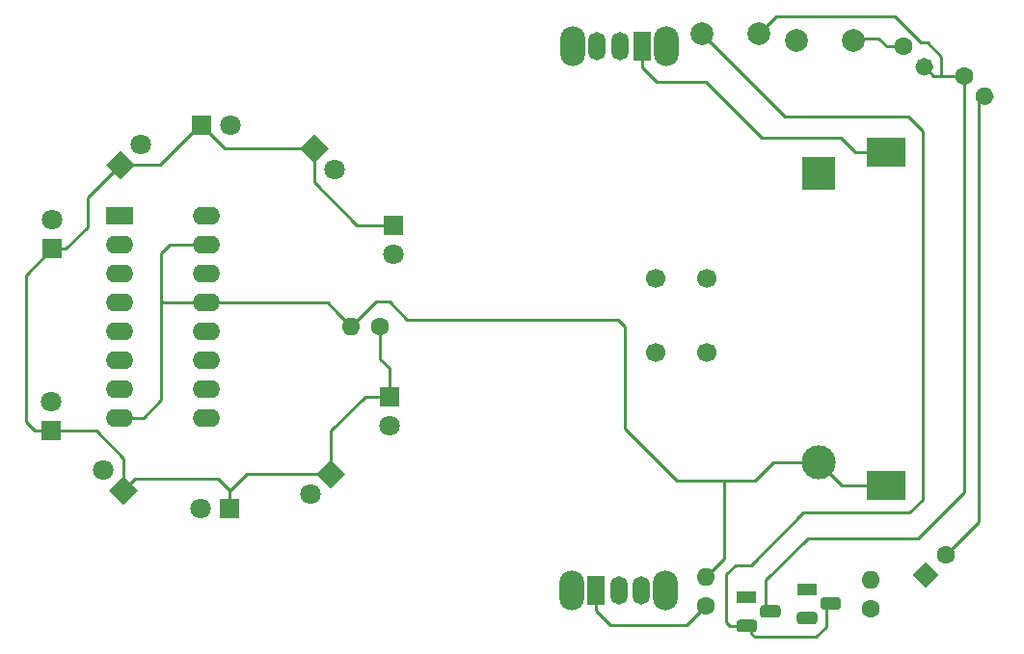
<source format=gbr>
%TF.GenerationSoftware,KiCad,Pcbnew,(5.1.9-0-10_14)*%
%TF.CreationDate,2021-08-25T11:14:01+08:00*%
%TF.ProjectId,osc_bjt_4017,6f73635f-626a-4745-9f34-3031372e6b69,rev?*%
%TF.SameCoordinates,Original*%
%TF.FileFunction,Copper,L2,Bot*%
%TF.FilePolarity,Positive*%
%FSLAX46Y46*%
G04 Gerber Fmt 4.6, Leading zero omitted, Abs format (unit mm)*
G04 Created by KiCad (PCBNEW (5.1.9-0-10_14)) date 2021-08-25 11:14:01*
%MOMM*%
%LPD*%
G01*
G04 APERTURE LIST*
%TA.AperFunction,ComponentPad*%
%ADD10O,2.200000X3.500000*%
%TD*%
%TA.AperFunction,ComponentPad*%
%ADD11O,1.500000X2.500000*%
%TD*%
%TA.AperFunction,ComponentPad*%
%ADD12R,1.500000X2.500000*%
%TD*%
%TA.AperFunction,ComponentPad*%
%ADD13O,1.600000X1.600000*%
%TD*%
%TA.AperFunction,ComponentPad*%
%ADD14C,1.600000*%
%TD*%
%TA.AperFunction,ComponentPad*%
%ADD15C,0.100000*%
%TD*%
%TA.AperFunction,ComponentPad*%
%ADD16C,1.700000*%
%TD*%
%TA.AperFunction,ComponentPad*%
%ADD17C,1.800000*%
%TD*%
%TA.AperFunction,ComponentPad*%
%ADD18R,1.800000X1.800000*%
%TD*%
%TA.AperFunction,ComponentPad*%
%ADD19R,1.800000X1.100000*%
%TD*%
%TA.AperFunction,ComponentPad*%
%ADD20C,3.000000*%
%TD*%
%TA.AperFunction,ComponentPad*%
%ADD21R,3.000000X3.000000*%
%TD*%
%TA.AperFunction,SMDPad,CuDef*%
%ADD22R,3.510000X2.540000*%
%TD*%
%TA.AperFunction,ComponentPad*%
%ADD23O,2.400000X1.600000*%
%TD*%
%TA.AperFunction,ComponentPad*%
%ADD24R,2.400000X1.600000*%
%TD*%
%TA.AperFunction,ComponentPad*%
%ADD25C,2.000000*%
%TD*%
%TA.AperFunction,Conductor*%
%ADD26C,0.250000*%
%TD*%
G04 APERTURE END LIST*
D10*
%TO.P,SW4,*%
%TO.N,*%
X111750000Y-111300000D03*
X119950000Y-111300000D03*
D11*
%TO.P,SW4,3*%
%TO.N,Net-(SW4-Pad3)*%
X113850000Y-111300000D03*
%TO.P,SW4,2*%
%TO.N,+3V0*%
X115850000Y-111300000D03*
D12*
%TO.P,SW4,1*%
%TO.N,Net-(BT1-Pad1)*%
X117850000Y-111300000D03*
%TD*%
D10*
%TO.P,SW3,*%
%TO.N,*%
X119850000Y-159150000D03*
X111650000Y-159150000D03*
D11*
%TO.P,SW3,3*%
%TO.N,Net-(LS1-Pad1)*%
X117750000Y-159150000D03*
%TO.P,SW3,2*%
%TO.N,Net-(C2-Pad2)*%
X115750000Y-159150000D03*
D12*
%TO.P,SW3,1*%
%TO.N,Net-(R5-Pad1)*%
X113750000Y-159150000D03*
%TD*%
D13*
%TO.P,R5,2*%
%TO.N,GNDREF*%
X123400000Y-157960000D03*
D14*
%TO.P,R5,1*%
%TO.N,Net-(R5-Pad1)*%
X123400000Y-160500000D03*
%TD*%
D13*
%TO.P,R4,2*%
%TO.N,GNDREF*%
X92260000Y-135900000D03*
D14*
%TO.P,R4,1*%
%TO.N,Net-(D1-Pad1)*%
X94800000Y-135900000D03*
%TD*%
%TO.P,R3,2*%
%TO.N,Net-(C1-Pad2)*%
%TA.AperFunction,ComponentPad*%
G36*
G01*
X142030366Y-112530366D02*
X142030366Y-112530366D01*
G75*
G02*
X143161736Y-112530366I565685J-565685D01*
G01*
X143161736Y-112530366D01*
G75*
G02*
X143161736Y-113661736I-565685J-565685D01*
G01*
X143161736Y-113661736D01*
G75*
G02*
X142030366Y-113661736I-565685J565685D01*
G01*
X142030366Y-113661736D01*
G75*
G02*
X142030366Y-112530366I565685J565685D01*
G01*
G37*
%TD.AperFunction*%
%TO.P,R3,1*%
%TO.N,Net-(C2-Pad1)*%
X140800000Y-111300000D03*
%TD*%
%TO.P,R2,2*%
%TO.N,Net-(C3-Pad2)*%
%TA.AperFunction,ComponentPad*%
G36*
G01*
X147330366Y-115130366D02*
X147330366Y-115130366D01*
G75*
G02*
X148461736Y-115130366I565685J-565685D01*
G01*
X148461736Y-115130366D01*
G75*
G02*
X148461736Y-116261736I-565685J-565685D01*
G01*
X148461736Y-116261736D01*
G75*
G02*
X147330366Y-116261736I-565685J565685D01*
G01*
X147330366Y-116261736D01*
G75*
G02*
X147330366Y-115130366I565685J565685D01*
G01*
G37*
%TD.AperFunction*%
%TO.P,R2,1*%
%TO.N,Net-(C1-Pad2)*%
X146100000Y-113900000D03*
%TD*%
D13*
%TO.P,R1,2*%
%TO.N,Net-(C3-Pad1)*%
X137900000Y-158160000D03*
D14*
%TO.P,R1,1*%
%TO.N,+3V0*%
X137900000Y-160700000D03*
%TD*%
%TO.P,C3,2*%
%TO.N,Net-(C3-Pad2)*%
X144517767Y-155982233D03*
%TA.AperFunction,ComponentPad*%
D15*
%TO.P,C3,1*%
%TO.N,Net-(C3-Pad1)*%
G36*
X142750000Y-158881371D02*
G01*
X141618629Y-157750000D01*
X142750000Y-156618629D01*
X143881371Y-157750000D01*
X142750000Y-158881371D01*
G37*
%TD.AperFunction*%
%TD*%
D16*
%TO.P,SW1,1*%
%TO.N,Net-(C3-Pad2)*%
X123500000Y-131700000D03*
%TO.P,SW1,2*%
%TO.N,Net-(C3-Pad1)*%
X123500000Y-138200000D03*
%TO.P,SW1,3*%
%TO.N,N/C*%
X119000000Y-131700000D03*
%TO.P,SW1,4*%
X119000000Y-138200000D03*
%TD*%
D17*
%TO.P,D10,2*%
%TO.N,Net-(D10-Pad2)*%
X90796051Y-122096051D03*
%TA.AperFunction,ComponentPad*%
D15*
%TO.P,D10,1*%
%TO.N,Net-(D1-Pad1)*%
G36*
X87727208Y-120300000D02*
G01*
X89000000Y-119027208D01*
X90272792Y-120300000D01*
X89000000Y-121572792D01*
X87727208Y-120300000D01*
G37*
%TD.AperFunction*%
%TD*%
D17*
%TO.P,D9,2*%
%TO.N,Net-(D9-Pad2)*%
X96000000Y-129540000D03*
D18*
%TO.P,D9,1*%
%TO.N,Net-(D1-Pad1)*%
X96000000Y-127000000D03*
%TD*%
D17*
%TO.P,D8,2*%
%TO.N,Net-(D8-Pad2)*%
X95600000Y-144640000D03*
D18*
%TO.P,D8,1*%
%TO.N,Net-(D1-Pad1)*%
X95600000Y-142100000D03*
%TD*%
D17*
%TO.P,D7,2*%
%TO.N,Net-(D7-Pad2)*%
X88703949Y-150696051D03*
%TA.AperFunction,ComponentPad*%
D15*
%TO.P,D7,1*%
%TO.N,Net-(D1-Pad1)*%
G36*
X90500000Y-147627208D02*
G01*
X91772792Y-148900000D01*
X90500000Y-150172792D01*
X89227208Y-148900000D01*
X90500000Y-147627208D01*
G37*
%TD.AperFunction*%
%TD*%
D17*
%TO.P,D6,2*%
%TO.N,Net-(D6-Pad2)*%
X79060000Y-151900000D03*
D18*
%TO.P,D6,1*%
%TO.N,Net-(D1-Pad1)*%
X81600000Y-151900000D03*
%TD*%
D17*
%TO.P,D5,2*%
%TO.N,Net-(D5-Pad2)*%
X70503949Y-148503949D03*
%TA.AperFunction,ComponentPad*%
D15*
%TO.P,D5,1*%
%TO.N,Net-(D1-Pad1)*%
G36*
X73572792Y-150300000D02*
G01*
X72300000Y-151572792D01*
X71027208Y-150300000D01*
X72300000Y-149027208D01*
X73572792Y-150300000D01*
G37*
%TD.AperFunction*%
%TD*%
D17*
%TO.P,D4,2*%
%TO.N,Net-(D4-Pad2)*%
X65900000Y-142560000D03*
D18*
%TO.P,D4,1*%
%TO.N,Net-(D1-Pad1)*%
X65900000Y-145100000D03*
%TD*%
D17*
%TO.P,D3,2*%
%TO.N,Net-(D3-Pad2)*%
X66000000Y-126560000D03*
D18*
%TO.P,D3,1*%
%TO.N,Net-(D1-Pad1)*%
X66000000Y-129100000D03*
%TD*%
D17*
%TO.P,D2,2*%
%TO.N,Net-(D2-Pad2)*%
X73796051Y-119903949D03*
%TA.AperFunction,ComponentPad*%
D15*
%TO.P,D2,1*%
%TO.N,Net-(D1-Pad1)*%
G36*
X72000000Y-122972792D02*
G01*
X70727208Y-121700000D01*
X72000000Y-120427208D01*
X73272792Y-121700000D01*
X72000000Y-122972792D01*
G37*
%TD.AperFunction*%
%TD*%
D17*
%TO.P,D1,2*%
%TO.N,Net-(D1-Pad2)*%
X81640000Y-118200000D03*
D18*
%TO.P,D1,1*%
%TO.N,Net-(D1-Pad1)*%
X79100000Y-118200000D03*
%TD*%
D19*
%TO.P,Q2,1*%
%TO.N,+3V0*%
X132300000Y-159000000D03*
%TO.P,Q2,3*%
%TO.N,Net-(C2-Pad2)*%
%TA.AperFunction,ComponentPad*%
G36*
G01*
X131675000Y-160990000D02*
X132925000Y-160990000D01*
G75*
G02*
X133200000Y-161265000I0J-275000D01*
G01*
X133200000Y-161815000D01*
G75*
G02*
X132925000Y-162090000I-275000J0D01*
G01*
X131675000Y-162090000D01*
G75*
G02*
X131400000Y-161815000I0J275000D01*
G01*
X131400000Y-161265000D01*
G75*
G02*
X131675000Y-160990000I275000J0D01*
G01*
G37*
%TD.AperFunction*%
%TO.P,Q2,2*%
%TO.N,Net-(C1-Pad1)*%
%TA.AperFunction,ComponentPad*%
G36*
G01*
X133745000Y-159720000D02*
X134995000Y-159720000D01*
G75*
G02*
X135270000Y-159995000I0J-275000D01*
G01*
X135270000Y-160545000D01*
G75*
G02*
X134995000Y-160820000I-275000J0D01*
G01*
X133745000Y-160820000D01*
G75*
G02*
X133470000Y-160545000I0J275000D01*
G01*
X133470000Y-159995000D01*
G75*
G02*
X133745000Y-159720000I275000J0D01*
G01*
G37*
%TD.AperFunction*%
%TD*%
%TO.P,Q1,1*%
%TO.N,GNDREF*%
X127000000Y-159700000D03*
%TO.P,Q1,3*%
%TO.N,Net-(C1-Pad1)*%
%TA.AperFunction,ComponentPad*%
G36*
G01*
X126375000Y-161690000D02*
X127625000Y-161690000D01*
G75*
G02*
X127900000Y-161965000I0J-275000D01*
G01*
X127900000Y-162515000D01*
G75*
G02*
X127625000Y-162790000I-275000J0D01*
G01*
X126375000Y-162790000D01*
G75*
G02*
X126100000Y-162515000I0J275000D01*
G01*
X126100000Y-161965000D01*
G75*
G02*
X126375000Y-161690000I275000J0D01*
G01*
G37*
%TD.AperFunction*%
%TO.P,Q1,2*%
%TO.N,Net-(C1-Pad2)*%
%TA.AperFunction,ComponentPad*%
G36*
G01*
X128445000Y-160420000D02*
X129695000Y-160420000D01*
G75*
G02*
X129970000Y-160695000I0J-275000D01*
G01*
X129970000Y-161245000D01*
G75*
G02*
X129695000Y-161520000I-275000J0D01*
G01*
X128445000Y-161520000D01*
G75*
G02*
X128170000Y-161245000I0J275000D01*
G01*
X128170000Y-160695000D01*
G75*
G02*
X128445000Y-160420000I275000J0D01*
G01*
G37*
%TD.AperFunction*%
%TD*%
D20*
%TO.P,LS1,2*%
%TO.N,GNDREF*%
X133300000Y-147850000D03*
D21*
%TO.P,LS1,1*%
%TO.N,Net-(LS1-Pad1)*%
X133300000Y-122450000D03*
%TD*%
D22*
%TO.P,BT1,2*%
%TO.N,GNDREF*%
X139200000Y-149930000D03*
%TO.P,BT1,1*%
%TO.N,Net-(BT1-Pad1)*%
X139200000Y-120570000D03*
%TD*%
D23*
%TO.P,U1,16*%
%TO.N,+3V0*%
X79520000Y-126200000D03*
%TO.P,U1,8*%
%TO.N,GNDREF*%
X71900000Y-143980000D03*
%TO.P,U1,15*%
X79520000Y-128740000D03*
%TO.P,U1,7*%
%TO.N,Net-(D4-Pad2)*%
X71900000Y-141440000D03*
%TO.P,U1,14*%
%TO.N,Net-(C2-Pad2)*%
X79520000Y-131280000D03*
%TO.P,U1,6*%
%TO.N,Net-(D8-Pad2)*%
X71900000Y-138900000D03*
%TO.P,U1,13*%
%TO.N,GNDREF*%
X79520000Y-133820000D03*
%TO.P,U1,5*%
%TO.N,Net-(D7-Pad2)*%
X71900000Y-136360000D03*
%TO.P,U1,12*%
%TO.N,Net-(U1-Pad12)*%
X79520000Y-136360000D03*
%TO.P,U1,4*%
%TO.N,Net-(D3-Pad2)*%
X71900000Y-133820000D03*
%TO.P,U1,11*%
%TO.N,Net-(D10-Pad2)*%
X79520000Y-138900000D03*
%TO.P,U1,3*%
%TO.N,Net-(D1-Pad2)*%
X71900000Y-131280000D03*
%TO.P,U1,10*%
%TO.N,Net-(D5-Pad2)*%
X79520000Y-141440000D03*
%TO.P,U1,2*%
%TO.N,Net-(D2-Pad2)*%
X71900000Y-128740000D03*
%TO.P,U1,9*%
%TO.N,Net-(D9-Pad2)*%
X79520000Y-143980000D03*
D24*
%TO.P,U1,1*%
%TO.N,Net-(D6-Pad2)*%
X71900000Y-126200000D03*
%TD*%
D25*
%TO.P,C2,2*%
%TO.N,Net-(C2-Pad2)*%
X131400000Y-110800000D03*
%TO.P,C2,1*%
%TO.N,Net-(C2-Pad1)*%
X136400000Y-110800000D03*
%TD*%
%TO.P,C1,2*%
%TO.N,Net-(C1-Pad2)*%
X128100000Y-110200000D03*
%TO.P,C1,1*%
%TO.N,Net-(C1-Pad1)*%
X123100000Y-110200000D03*
%TD*%
D26*
%TO.N,Net-(C1-Pad2)*%
X142274999Y-110974999D02*
X140000000Y-108700000D01*
X142840001Y-110974999D02*
X142274999Y-110974999D01*
X129600000Y-108700000D02*
X128100000Y-110200000D01*
X144096051Y-113896051D02*
X144096051Y-112231049D01*
X140000000Y-108700000D02*
X129600000Y-108700000D01*
X144096051Y-112231049D02*
X142840001Y-110974999D01*
X143396051Y-113896051D02*
X144096051Y-113896051D01*
X142596051Y-113096051D02*
X143396051Y-113896051D01*
X146096051Y-113896051D02*
X146100000Y-113900000D01*
X144096051Y-113896051D02*
X146096051Y-113896051D01*
X146100000Y-144000000D02*
X146100000Y-113900000D01*
X142050000Y-154550000D02*
X146100000Y-150500000D01*
X132350000Y-154550000D02*
X142050000Y-154550000D01*
X128670000Y-158230000D02*
X132350000Y-154550000D01*
X146100000Y-150500000D02*
X146100000Y-144000000D01*
X128670000Y-160970000D02*
X128670000Y-158230000D01*
%TO.N,Net-(C1-Pad1)*%
X127400000Y-162900000D02*
X127700000Y-163200000D01*
X127400000Y-162240000D02*
X127400000Y-162900000D01*
X133970000Y-162330000D02*
X133100000Y-163200000D01*
X133970000Y-160270000D02*
X133970000Y-162330000D01*
X127700000Y-163200000D02*
X133100000Y-163200000D01*
X130350000Y-117450000D02*
X128775000Y-115875000D01*
X142450000Y-118750000D02*
X141150000Y-117450000D01*
X141150000Y-117450000D02*
X130350000Y-117450000D01*
X142450000Y-151150000D02*
X142450000Y-118750000D01*
X127400000Y-156900000D02*
X132000000Y-152300000D01*
X128775000Y-115875000D02*
X123100000Y-110200000D01*
X126000000Y-156900000D02*
X127400000Y-156900000D01*
X125200000Y-157700000D02*
X126000000Y-156900000D01*
X141300000Y-152300000D02*
X142450000Y-151150000D01*
X132000000Y-152300000D02*
X141300000Y-152300000D01*
X125200000Y-161900000D02*
X125200000Y-157700000D01*
X125540000Y-162240000D02*
X125200000Y-161900000D01*
X127400000Y-162240000D02*
X125540000Y-162240000D01*
%TO.N,Net-(C2-Pad1)*%
X136600000Y-110600000D02*
X136400000Y-110800000D01*
X139300000Y-111300000D02*
X138600000Y-110600000D01*
X138600000Y-110600000D02*
X136600000Y-110600000D01*
X140800000Y-111300000D02*
X139300000Y-111300000D01*
%TO.N,Net-(D1-Pad1)*%
X65900000Y-145100000D02*
X64500000Y-145100000D01*
X64500000Y-145100000D02*
X63700000Y-144300000D01*
X63700000Y-131400000D02*
X66000000Y-129100000D01*
X63700000Y-144300000D02*
X63700000Y-131400000D01*
X66000000Y-129100000D02*
X67200000Y-129100000D01*
X67200000Y-129100000D02*
X69100000Y-127200000D01*
X69100000Y-124600000D02*
X72000000Y-121700000D01*
X69100000Y-127200000D02*
X69100000Y-124600000D01*
X72000000Y-121700000D02*
X75500000Y-121700000D01*
X79000000Y-118200000D02*
X79100000Y-118200000D01*
X75500000Y-121700000D02*
X79000000Y-118200000D01*
X81200000Y-120300000D02*
X89000000Y-120300000D01*
X79100000Y-118200000D02*
X81200000Y-120300000D01*
X95600000Y-142100000D02*
X93500000Y-142100000D01*
X90500000Y-145100000D02*
X90500000Y-148900000D01*
X93500000Y-142100000D02*
X90500000Y-145100000D01*
X65900000Y-145100000D02*
X69900000Y-145100000D01*
X72300000Y-147500000D02*
X72300000Y-150300000D01*
X69900000Y-145100000D02*
X72300000Y-147500000D01*
X94800000Y-135900000D02*
X94800000Y-138800000D01*
X95600000Y-139600000D02*
X95600000Y-142100000D01*
X94800000Y-138800000D02*
X95600000Y-139600000D01*
X89000000Y-120300000D02*
X89000000Y-123200000D01*
X92800000Y-127000000D02*
X96000000Y-127000000D01*
X89000000Y-123200000D02*
X92800000Y-127000000D01*
X81600000Y-151900000D02*
X81600000Y-150400000D01*
X83100000Y-148900000D02*
X86700000Y-148900000D01*
X81600000Y-150400000D02*
X83100000Y-148900000D01*
X90500000Y-148900000D02*
X86700000Y-148900000D01*
X80600000Y-149300000D02*
X73300000Y-149300000D01*
X73300000Y-149300000D02*
X72300000Y-150300000D01*
X81600000Y-150300000D02*
X80600000Y-149300000D01*
X81600000Y-151900000D02*
X81600000Y-150300000D01*
%TO.N,GNDREF*%
X90180000Y-133820000D02*
X91080000Y-134720000D01*
X79520000Y-133820000D02*
X90180000Y-133820000D01*
X92260000Y-135900000D02*
X91080000Y-134720000D01*
X79520000Y-128740000D02*
X76360000Y-128740000D01*
X76360000Y-128740000D02*
X75600000Y-129500000D01*
X74020000Y-143980000D02*
X71900000Y-143980000D01*
X75600000Y-142400000D02*
X74020000Y-143980000D01*
X75820000Y-133820000D02*
X75600000Y-133600000D01*
X75600000Y-133600000D02*
X75600000Y-142400000D01*
X79520000Y-133820000D02*
X75820000Y-133820000D01*
X75600000Y-129500000D02*
X75600000Y-133600000D01*
X94460000Y-133700000D02*
X92260000Y-135900000D01*
X97200000Y-135300000D02*
X95600000Y-133700000D01*
X115700000Y-135300000D02*
X97200000Y-135300000D01*
X116300000Y-135900000D02*
X115700000Y-135300000D01*
X116300000Y-144900000D02*
X116300000Y-135900000D01*
X95600000Y-133700000D02*
X94460000Y-133700000D01*
X120880000Y-149480000D02*
X116300000Y-144900000D01*
X125000000Y-149480000D02*
X120880000Y-149480000D01*
X123460000Y-157900000D02*
X123400000Y-157960000D01*
X125000000Y-156360000D02*
X123400000Y-157960000D01*
X125000000Y-149480000D02*
X125000000Y-156360000D01*
X127720000Y-149480000D02*
X125000000Y-149480000D01*
X129350000Y-147850000D02*
X127720000Y-149480000D01*
X133300000Y-147850000D02*
X129350000Y-147850000D01*
X135380000Y-149930000D02*
X134825000Y-149375000D01*
X134825000Y-149375000D02*
X134950000Y-149500000D01*
X139200000Y-149930000D02*
X135380000Y-149930000D01*
X133300000Y-147850000D02*
X134825000Y-149375000D01*
%TO.N,Net-(C3-Pad2)*%
X147367767Y-116224335D02*
X147896051Y-115696051D01*
X147367767Y-153132233D02*
X147367767Y-116224335D01*
X144517767Y-155982233D02*
X147367767Y-153132233D01*
%TO.N,Net-(R5-Pad1)*%
X123400000Y-160500000D02*
X121700000Y-162200000D01*
X121700000Y-162200000D02*
X115050000Y-162200000D01*
X113750000Y-160900000D02*
X113750000Y-159150000D01*
X115050000Y-162200000D02*
X113750000Y-160900000D01*
%TO.N,Net-(BT1-Pad1)*%
X135250000Y-119300000D02*
X128300000Y-119300000D01*
X136520000Y-120570000D02*
X135250000Y-119300000D01*
X139200000Y-120570000D02*
X136520000Y-120570000D01*
X117850000Y-111300000D02*
X117850000Y-113150000D01*
X117850000Y-113150000D02*
X119100000Y-114400000D01*
X123400000Y-114400000D02*
X128300000Y-119300000D01*
X119100000Y-114400000D02*
X123400000Y-114400000D01*
%TD*%
M02*

</source>
